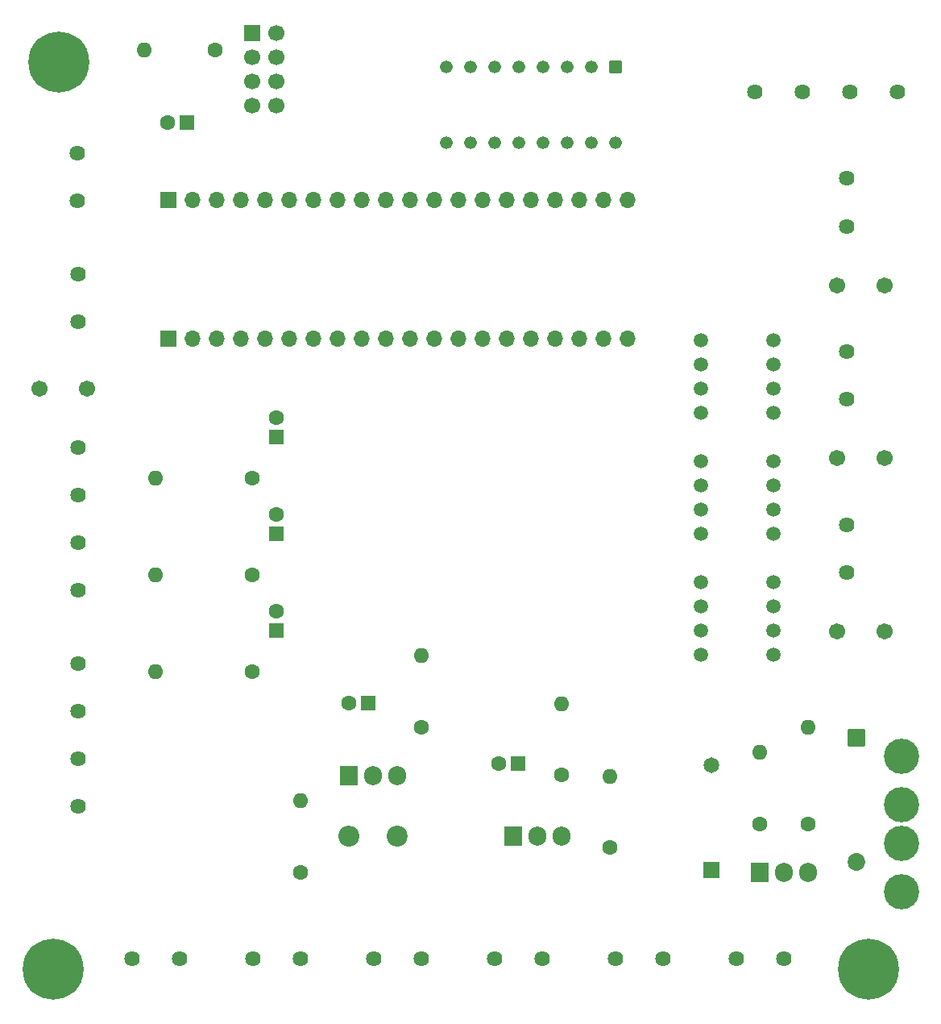
<source format=gbr>
%TF.GenerationSoftware,KiCad,Pcbnew,7.0.9*%
%TF.CreationDate,2023-12-24T19:55:43+02:00*%
%TF.ProjectId,kikad_project,6b696b61-645f-4707-926f-6a6563742e6b,rev?*%
%TF.SameCoordinates,Original*%
%TF.FileFunction,Soldermask,Bot*%
%TF.FilePolarity,Negative*%
%FSLAX46Y46*%
G04 Gerber Fmt 4.6, Leading zero omitted, Abs format (unit mm)*
G04 Created by KiCad (PCBNEW 7.0.9) date 2023-12-24 19:55:43*
%MOMM*%
%LPD*%
G01*
G04 APERTURE LIST*
G04 Aperture macros list*
%AMRoundRect*
0 Rectangle with rounded corners*
0 $1 Rounding radius*
0 $2 $3 $4 $5 $6 $7 $8 $9 X,Y pos of 4 corners*
0 Add a 4 corners polygon primitive as box body*
4,1,4,$2,$3,$4,$5,$6,$7,$8,$9,$2,$3,0*
0 Add four circle primitives for the rounded corners*
1,1,$1+$1,$2,$3*
1,1,$1+$1,$4,$5*
1,1,$1+$1,$6,$7*
1,1,$1+$1,$8,$9*
0 Add four rect primitives between the rounded corners*
20,1,$1+$1,$2,$3,$4,$5,0*
20,1,$1+$1,$4,$5,$6,$7,0*
20,1,$1+$1,$6,$7,$8,$9,0*
20,1,$1+$1,$8,$9,$2,$3,0*%
G04 Aperture macros list end*
%ADD10C,1.625600*%
%ADD11C,1.504000*%
%ADD12R,1.651000X1.651000*%
%ADD13C,1.651000*%
%ADD14R,1.905000X2.000000*%
%ADD15O,1.905000X2.000000*%
%ADD16C,1.600000*%
%ADD17O,1.600000X1.600000*%
%ADD18C,1.701800*%
%ADD19C,1.854000*%
%ADD20RoundRect,0.102000X-0.825000X0.825000X-0.825000X-0.825000X0.825000X-0.825000X0.825000X0.825000X0*%
%ADD21O,1.700000X1.700000*%
%ADD22R,1.700000X1.700000*%
%ADD23R,1.600000X1.600000*%
%ADD24C,6.400000*%
%ADD25C,2.200000*%
%ADD26O,2.200000X2.200000*%
%ADD27C,3.704000*%
%ADD28RoundRect,0.102000X-0.565000X0.565000X-0.565000X-0.565000X0.565000X-0.565000X0.565000X0.565000X0*%
%ADD29C,1.334000*%
%ADD30C,1.700000*%
G04 APERTURE END LIST*
D10*
%TO.C,J9*%
X28020000Y-100500000D03*
X33020000Y-100500000D03*
%TD*%
%TO.C,J7*%
X90430001Y-41758301D03*
X90430001Y-36758301D03*
%TD*%
D11*
%TO.C,IC3*%
X75090000Y-61000000D03*
X75090000Y-63540000D03*
X75090000Y-66080000D03*
X75090000Y-68620000D03*
X82710000Y-68620000D03*
X82710000Y-66080000D03*
X82710000Y-63540000D03*
X82710000Y-61000000D03*
%TD*%
D12*
%TO.C,D1*%
X76200000Y-91160600D03*
D13*
X76200000Y-80162400D03*
%TD*%
D10*
%TO.C,J16*%
X90430001Y-59948301D03*
X90430001Y-54948301D03*
%TD*%
%TO.C,J11*%
X9620000Y-46823599D03*
X9620000Y-51823599D03*
X9620000Y-56823599D03*
X9620000Y-61823600D03*
%TD*%
D14*
%TO.C,U4*%
X55340000Y-87630000D03*
D15*
X57880000Y-87630000D03*
X60420000Y-87630000D03*
%TD*%
D16*
%TO.C,C6*%
X60420000Y-81220000D03*
D17*
X60420000Y-73720000D03*
%TD*%
D18*
%TO.C,J17*%
X89430000Y-66138301D03*
X94430000Y-66138301D03*
%TD*%
D19*
%TO.C,D3*%
X91440000Y-90320000D03*
D20*
X91440000Y-77320000D03*
%TD*%
D16*
%TO.C,C9*%
X24070000Y-5080000D03*
D17*
X16570000Y-5080000D03*
%TD*%
D21*
%TO.C,U2*%
X67430000Y-20810000D03*
X64890000Y-20810000D03*
X62350000Y-20810000D03*
X67430000Y-35385000D03*
X24250000Y-20810000D03*
X59810000Y-20810000D03*
X62350000Y-35385000D03*
X26790000Y-20810000D03*
X57270000Y-20810000D03*
X54730000Y-20810000D03*
X52190000Y-20810000D03*
X49650000Y-20810000D03*
X47110000Y-20810000D03*
X44570000Y-20810000D03*
X42030000Y-20810000D03*
X39490000Y-20810000D03*
X36950000Y-20810000D03*
X34410000Y-20810000D03*
X31870000Y-20810000D03*
X29330000Y-20810000D03*
D22*
X19170000Y-35385000D03*
D21*
X21710000Y-35385000D03*
X24250000Y-35385000D03*
X26790000Y-35385000D03*
X29330000Y-35385000D03*
X31870000Y-35385000D03*
X34410000Y-35385000D03*
X36950000Y-35385000D03*
X39490000Y-35385000D03*
X42030000Y-35385000D03*
X44570000Y-35385000D03*
X47110000Y-35385000D03*
X49650000Y-35385000D03*
X52190000Y-35385000D03*
X54730000Y-35385000D03*
X57270000Y-35385000D03*
X59810000Y-35385000D03*
X64890000Y-35385000D03*
D22*
X19170000Y-20810000D03*
D21*
X21710000Y-20810000D03*
%TD*%
D23*
%TO.C,C12*%
X30480000Y-55880000D03*
D16*
X30480000Y-53880000D03*
%TD*%
D11*
%TO.C,IC1*%
X75090000Y-35600000D03*
X75090000Y-38140000D03*
X75090000Y-40680000D03*
X75090000Y-43220000D03*
X82710000Y-43220000D03*
X82710000Y-40680000D03*
X82710000Y-38140000D03*
X82710000Y-35600000D03*
%TD*%
D16*
%TO.C,C4*%
X65500000Y-88840000D03*
D17*
X65500000Y-81340000D03*
%TD*%
D10*
%TO.C,J10*%
X9620000Y-69525500D03*
X9620000Y-74525500D03*
X9620000Y-79525500D03*
X9620000Y-84525501D03*
%TD*%
%TO.C,J6*%
X15320000Y-100500000D03*
X20320000Y-100500000D03*
%TD*%
%TO.C,J2*%
X95790000Y-9510000D03*
X90790000Y-9510000D03*
X85790000Y-9510000D03*
X80789999Y-9510000D03*
%TD*%
%TO.C,J14*%
X9620000Y-28640000D03*
X9620000Y-33640000D03*
%TD*%
D24*
%TO.C,H2*%
X7620000Y-6350000D03*
%TD*%
D16*
%TO.C,C2*%
X45720000Y-76200000D03*
D17*
X45720000Y-68700000D03*
%TD*%
D25*
%TO.C,L1*%
X43180000Y-87630000D03*
D26*
X38100000Y-87630000D03*
%TD*%
D14*
%TO.C,U3*%
X38100000Y-81280000D03*
D15*
X40640000Y-81280000D03*
X43180000Y-81280000D03*
%TD*%
D16*
%TO.C,R3*%
X27940000Y-50070000D03*
D17*
X17780000Y-50070000D03*
%TD*%
D10*
%TO.C,J1*%
X78820000Y-100500000D03*
X83820000Y-100500000D03*
%TD*%
D16*
%TO.C,C3*%
X33020000Y-91440000D03*
D17*
X33020000Y-83940000D03*
%TD*%
D18*
%TO.C,J8*%
X89430000Y-47948301D03*
X94430000Y-47948301D03*
%TD*%
D10*
%TO.C,J3*%
X53430000Y-100480000D03*
X58430000Y-100480000D03*
%TD*%
D23*
%TO.C,C1*%
X40100000Y-73660000D03*
D16*
X38100000Y-73660000D03*
%TD*%
D24*
%TO.C,H1*%
X7000000Y-101600000D03*
%TD*%
D10*
%TO.C,J15*%
X66120000Y-100500000D03*
X71120000Y-100500000D03*
%TD*%
D23*
%TO.C,C11*%
X30480000Y-45720000D03*
D16*
X30480000Y-43720000D03*
%TD*%
%TO.C,R1*%
X86360000Y-86360000D03*
D17*
X86360000Y-76200000D03*
%TD*%
D14*
%TO.C,Q2*%
X81280000Y-91440000D03*
D15*
X83820000Y-91440000D03*
X86360000Y-91440000D03*
%TD*%
D10*
%TO.C,J4*%
X90430001Y-23585101D03*
X90430001Y-18585101D03*
%TD*%
D23*
%TO.C,C5*%
X55880000Y-80010000D03*
D16*
X53880000Y-80010000D03*
%TD*%
D23*
%TO.C,C8*%
X21050000Y-12700000D03*
D16*
X19050000Y-12700000D03*
%TD*%
D24*
%TO.C,H3*%
X92710000Y-101600000D03*
%TD*%
D16*
%TO.C,C7*%
X81280000Y-86360000D03*
D17*
X81280000Y-78860000D03*
%TD*%
D18*
%TO.C,J12*%
X10620001Y-40639999D03*
X5620001Y-40639999D03*
%TD*%
D27*
%TO.C,X1*%
X96150000Y-93470000D03*
X96150000Y-88390000D03*
X96150000Y-84330000D03*
X96150000Y-79250000D03*
%TD*%
D28*
%TO.C,U12*%
X66100000Y-6860000D03*
D29*
X63560000Y-6860000D03*
X61020000Y-6860000D03*
X58480000Y-6860000D03*
X55940000Y-6860000D03*
X53400000Y-6860000D03*
X50860000Y-6860000D03*
X48320000Y-6860000D03*
X48320000Y-14800000D03*
X50860000Y-14800000D03*
X53400000Y-14800000D03*
X55940000Y-14800000D03*
X58480000Y-14800000D03*
X61020000Y-14800000D03*
X63560000Y-14800000D03*
X66100000Y-14800000D03*
%TD*%
D18*
%TO.C,J5*%
X89430000Y-29778301D03*
X94430000Y-29778301D03*
%TD*%
D10*
%TO.C,J13*%
X9610000Y-15920000D03*
X9610000Y-20920000D03*
%TD*%
D11*
%TO.C,IC2*%
X75090000Y-48300000D03*
X75090000Y-50840000D03*
X75090000Y-53380000D03*
X75090000Y-55920000D03*
X82710000Y-55920000D03*
X82710000Y-53380000D03*
X82710000Y-50840000D03*
X82710000Y-48300000D03*
%TD*%
D10*
%TO.C,J18*%
X40720000Y-100500000D03*
X45720000Y-100500000D03*
%TD*%
D16*
%TO.C,R2*%
X27940000Y-70390000D03*
D17*
X17780000Y-70390000D03*
%TD*%
D23*
%TO.C,C10*%
X30480000Y-66040000D03*
D16*
X30480000Y-64040000D03*
%TD*%
D22*
%TO.C,U1*%
X27940000Y-3265000D03*
D30*
X30480000Y-3265000D03*
X27940000Y-5805000D03*
X30480000Y-5805000D03*
X27940000Y-8345000D03*
X30480000Y-8345000D03*
X27940000Y-10885000D03*
X30480000Y-10885000D03*
%TD*%
D16*
%TO.C,R4*%
X27940000Y-60230000D03*
D17*
X17780000Y-60230000D03*
%TD*%
M02*

</source>
